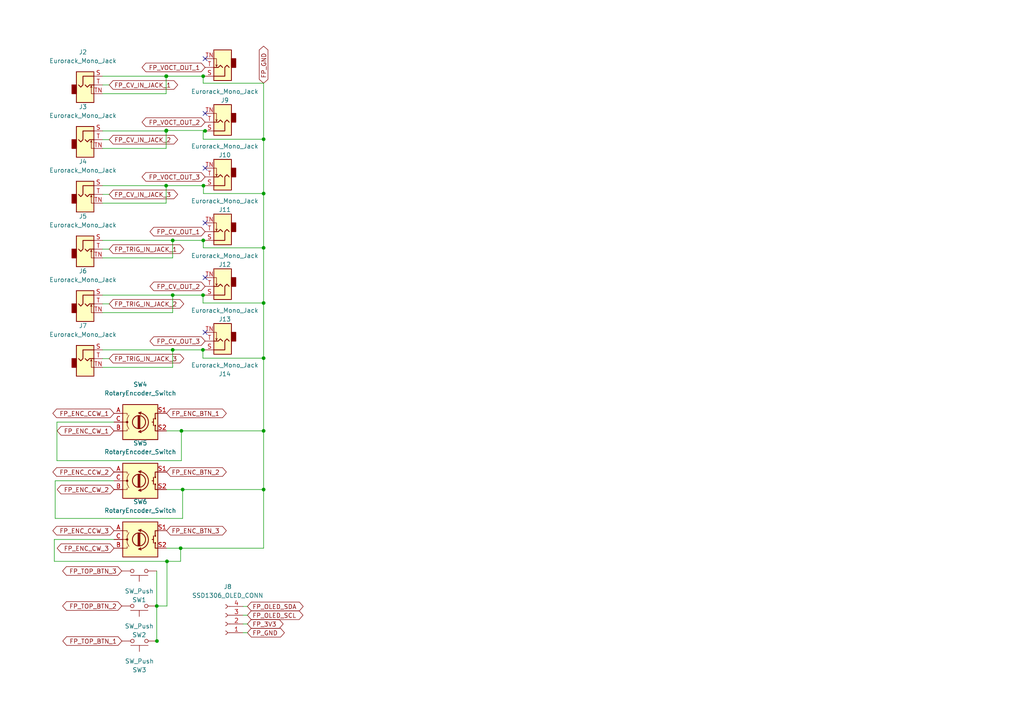
<source format=kicad_sch>
(kicad_sch (version 20211123) (generator eeschema)
  (paper "A4")
  (lib_symbols
    (symbol "Connector:Conn_01x04_Female" (pin_names (offset 1.016) hide)
      (property "Reference" "J" (at 0 5.08 0))
      (property "Value" "Conn_01x04_Female" (at 0 -7.62 0))
      (symbol "Conn_01x04_Female_1_1"
        (arc (start 0 -4.572) (mid -0.508 -5.08) (end 0 -5.588) (stroke (width 0.1524)))
        (arc (start 0 -2.032) (mid -0.508 -2.54) (end 0 -3.048) (stroke (width 0.1524)))
        (polyline (pts (xy -1.27 -5.08) (xy -0.508 -5.08)) (stroke (width 0.1524)))
        (polyline (pts (xy -1.27 -2.54) (xy -0.508 -2.54)) (stroke (width 0.1524)))
        (polyline (pts (xy -1.27 0) (xy -0.508 0)) (stroke (width 0.1524)))
        (polyline (pts (xy -1.27 2.54) (xy -0.508 2.54)) (stroke (width 0.1524)))
        (arc (start 0 0.508) (mid -0.508 0) (end 0 -0.508) (stroke (width 0.1524)))
        (arc (start 0 3.048) (mid -0.508 2.54) (end 0 2.032) (stroke (width 0.1524)))
        (pin passive line (at -5.08 2.54 0) (length 3.81) (name "Pin_1") (number "1"))
        (pin passive line (at -5.08 0 0) (length 3.81) (name "Pin_2") (number "2"))
        (pin passive line (at -5.08 -2.54 0) (length 3.81) (name "Pin_3") (number "3"))
        (pin passive line (at -5.08 -5.08 0) (length 3.81) (name "Pin_4") (number "4"))
      )
    )
    (symbol "Device:RotaryEncoder_Switch" (pin_names (offset 0.254) hide)
      (property "Reference" "SW" (at 0 6.604 0))
      (property "Value" "RotaryEncoder_Switch" (at 0 -6.604 0))
      (symbol "RotaryEncoder_Switch_0_1"
        (rectangle (start -5.08 5.08) (end 5.08 -5.08) (stroke (width 0.254)) (fill (type background)))
        (circle (center -3.81 0) (radius 0.254) (fill (type outline)))
        (arc (start -0.381 -2.794) (mid 2.3622 -0.0635) (end -0.381 2.667) (stroke (width 0.254)))
        (circle (center -0.381 0) (radius 1.905) (stroke (width 0.254)))
        (polyline (pts (xy -0.635 -1.778) (xy -0.635 1.778)) (stroke (width 0.254)))
        (polyline (pts (xy -0.381 -1.778) (xy -0.381 1.778)) (stroke (width 0.254)))
        (polyline (pts (xy -0.127 1.778) (xy -0.127 -1.778)) (stroke (width 0.254)))
        (polyline (pts (xy 3.81 0) (xy 3.429 0)) (stroke (width 0.254)))
        (polyline (pts (xy 3.81 1.016) (xy 3.81 -1.016)) (stroke (width 0.254)))
        (polyline (pts (xy -5.08 -2.54) (xy -3.81 -2.54) (xy -3.81 -2.032)))
        (polyline (pts (xy -5.08 2.54) (xy -3.81 2.54) (xy -3.81 2.032)))
        (polyline (pts (xy 0.254 -3.048) (xy -0.508 -2.794) (xy 0.127 -2.413)) (stroke (width 0.254)))
        (polyline (pts (xy 0.254 2.921) (xy -0.508 2.667) (xy 0.127 2.286)) (stroke (width 0.254)))
        (polyline (pts (xy 5.08 -2.54) (xy 4.318 -2.54) (xy 4.318 -1.016)) (stroke (width 0.254)))
        (polyline (pts (xy 5.08 2.54) (xy 4.318 2.54) (xy 4.318 1.016)) (stroke (width 0.254)))
        (polyline (pts (xy -5.08 0) (xy -3.81 0) (xy -3.81 -1.016) (xy -3.302 -2.032)))
        (polyline (pts (xy -4.318 0) (xy -3.81 0) (xy -3.81 1.016) (xy -3.302 2.032)))
        (circle (center 4.318 -1.016) (radius 0.127) (stroke (width 0.254)))
        (circle (center 4.318 1.016) (radius 0.127) (stroke (width 0.254)))
      )
      (symbol "RotaryEncoder_Switch_1_1"
        (pin passive line (at -7.62 2.54 0) (length 2.54) (name "A") (number "A"))
        (pin passive line (at -7.62 -2.54 0) (length 2.54) (name "B") (number "B"))
        (pin passive line (at -7.62 0 0) (length 2.54) (name "C") (number "C"))
        (pin passive line (at 7.62 2.54 180) (length 2.54) (name "S1") (number "S1"))
        (pin passive line (at 7.62 -2.54 180) (length 2.54) (name "S2") (number "S2"))
      )
    )
    (symbol "Switch:SW_Push" (pin_numbers hide) (pin_names (offset 1.016) hide)
      (property "Reference" "SW" (at 1.27 2.54 0))
      (property "Value" "SW_Push" (at 0 -1.524 0))
      (symbol "SW_Push_0_1"
        (circle (center -2.032 0) (radius 0.508))
        (polyline (pts (xy 0 1.27) (xy 0 3.048)))
        (polyline (pts (xy 2.54 1.27) (xy -2.54 1.27)))
        (circle (center 2.032 0) (radius 0.508))
        (pin passive line (at -5.08 0 0) (length 2.54) (name "1") (number "1"))
        (pin passive line (at 5.08 0 180) (length 2.54) (name "2") (number "2"))
      )
    )
    (symbol "winterbloom:Eurorack_Mono_Jack" (pin_names hide)
      (property "Reference" "J" (at 3.302 -4.064 0))
      (property "Value" "Eurorack_Mono_Jack" (at 0 5.08 0))
      (symbol "Eurorack_Mono_Jack_0_1"
        (rectangle (start -2.54 -5.08) (end 2.54 3.81) (stroke (width 0.254)) (fill (type background)))
        (polyline (pts (xy -1.778 -1.016) (xy -2.032 -0.508)))
        (polyline (pts (xy -2.54 1.27) (xy -1.778 1.27) (xy -1.778 -1.016) (xy -1.524 -0.508)))
        (polyline (pts (xy 0 -1.27) (xy -0.635 -0.635) (xy -1.27 -1.27) (xy -2.54 -1.27)) (stroke (width 0.254)))
        (polyline (pts (xy -2.54 -3.81) (xy 0.635 -3.81) (xy 0.635 -1.27) (xy 1.27 -0.635) (xy 1.905 -1.27)) (stroke (width 0.254)))
        (rectangle (start 2.54 -1.27) (end 3.81 1.27) (stroke (width 0.254)) (fill (type outline)))
      )
      (symbol "Eurorack_Mono_Jack_1_1"
        (pin passive line (at -5.08 -3.81 0) (length 2.54) (name "Sleeve") (number "S"))
        (pin passive line (at -5.08 -1.27 0) (length 2.54) (name "Tip") (number "T"))
        (pin passive line (at -5.08 1.27 0) (length 2.54) (name "Tip_normalize") (number "TN"))
      )
    )
  )
  (junction (at 58.9573 69.723))
  (junction (at 45.5198 185.928))
  (junction (at 50.0918 85.598))
  (junction (at 50.0918 101.473))
  (junction (at 58.8548 101.473))
  (junction (at 48.1868 22.098))
  (junction (at 48.1868 37.973))
  (junction (at 52.9685 141.986))
  (junction (at 48.26 37.846))
  (junction (at 76.454 103.886))
  (junction (at 76.454 40.386))
  (junction (at 48.4313 162.814))
  (junction (at 52.3879 159.004))
  (junction (at 48.1868 53.848))
  (junction (at 59.01 53.848))
  (junction (at 76.454 141.986))
  (junction (at 58.928 22.098))
  (junction (at 76.454 71.882))
  (junction (at 50.0918 69.723))
  (junction (at 58.8847 85.598))
  (junction (at 52.6202 124.968))
  (junction (at 45.466 175.768))
  (junction (at 76.454 56.134))
  (junction (at 76.454 87.884))
  (junction (at 59.4898 37.973))
  (junction (at 48.26 22.098))
  (junction (at 76.454 124.968))
  (no_connect (at 59.4898 48.768))
  (no_connect (at 59.4898 32.893))
  (no_connect (at 59.4898 80.518))
  (no_connect (at 59.4898 17.018))
  (no_connect (at 59.4898 64.643))
  (no_connect (at 59.4898 96.393))
  (wire (pts (xy 52.3879 162.814) (xy 52.3879 159.004)))
  (wire (pts (xy 76.454 24.13) (xy 58.928 24.13)))
  (wire (pts (xy 29.7718 43.053) (xy 48.1868 43.053)))
  (wire (pts (xy 15.748 162.814) (xy 48.4313 162.814)))
  (wire (pts (xy 76.454 141.986) (xy 76.454 159.004)))
  (wire (pts (xy 58.9573 71.882) (xy 58.9573 69.723)))
  (wire (pts (xy 29.7718 58.928) (xy 48.1868 58.928)))
  (wire (pts (xy 50.0918 90.678) (xy 50.0918 85.598)))
  (wire (pts (xy 48.3138 159.004) (xy 52.3879 159.004)))
  (wire (pts (xy 58.928 37.973) (xy 59.4898 37.973)))
  (wire (pts (xy 48.1868 53.848) (xy 59.01 53.848)))
  (wire (pts (xy 29.7718 101.473) (xy 50.0918 101.473)))
  (wire (pts (xy 45.466 165.608) (xy 45.466 175.768)))
  (wire (pts (xy 58.8548 103.886) (xy 58.8548 101.473)))
  (wire (pts (xy 76.454 71.882) (xy 76.454 87.884)))
  (wire (pts (xy 70.485 183.515) (xy 71.755 183.515)))
  (wire (pts (xy 29.7718 56.388) (xy 31.6768 56.388)))
  (wire (pts (xy 29.7718 106.553) (xy 50.0918 106.553)))
  (wire (pts (xy 16.51 122.428) (xy 16.51 133.604)))
  (wire (pts (xy 16.51 122.428) (xy 33.0738 122.428)))
  (wire (pts (xy 76.454 40.386) (xy 76.454 56.134)))
  (wire (pts (xy 58.8548 101.473) (xy 59.4898 101.473)))
  (wire (pts (xy 29.7718 22.098) (xy 48.1868 22.098)))
  (wire (pts (xy 29.7718 85.598) (xy 50.0918 85.598)))
  (wire (pts (xy 52.6202 133.604) (xy 52.6202 124.968)))
  (wire (pts (xy 58.8847 85.598) (xy 59.4898 85.598)))
  (wire (pts (xy 50.0918 74.803) (xy 50.0918 69.723)))
  (wire (pts (xy 48.4313 162.814) (xy 52.3879 162.814)))
  (wire (pts (xy 70.485 178.435) (xy 71.755 178.435)))
  (wire (pts (xy 29.7718 74.803) (xy 50.0918 74.803)))
  (wire (pts (xy 59.01 53.848) (xy 59.4898 53.848)))
  (wire (pts (xy 16.002 150.368) (xy 52.9685 150.368)))
  (wire (pts (xy 58.928 22.098) (xy 59.4898 22.098)))
  (wire (pts (xy 16.51 133.604) (xy 52.6202 133.604)))
  (wire (pts (xy 29.7718 53.848) (xy 48.1868 53.848)))
  (wire (pts (xy 15.748 156.464) (xy 15.748 162.814)))
  (wire (pts (xy 58.9573 69.723) (xy 59.4898 69.723)))
  (wire (pts (xy 48.4313 175.768) (xy 48.4313 162.814)))
  (wire (pts (xy 29.7718 37.973) (xy 48.1868 37.973)))
  (wire (pts (xy 48.3138 141.986) (xy 52.9685 141.986)))
  (wire (pts (xy 29.7718 69.723) (xy 50.0918 69.723)))
  (wire (pts (xy 48.1868 58.928) (xy 48.1868 53.848)))
  (wire (pts (xy 76.454 56.134) (xy 59.01 56.134)))
  (wire (pts (xy 76.454 71.882) (xy 58.9573 71.882)))
  (wire (pts (xy 29.7718 90.678) (xy 50.0918 90.678)))
  (wire (pts (xy 76.454 87.884) (xy 58.8847 87.884)))
  (wire (pts (xy 59.4898 37.846) (xy 59.4898 37.973)))
  (wire (pts (xy 70.485 180.975) (xy 71.755 180.975)))
  (wire (pts (xy 16.002 139.446) (xy 33.0738 139.446)))
  (wire (pts (xy 15.748 156.464) (xy 33.0738 156.464)))
  (wire (pts (xy 16.002 139.446) (xy 16.002 150.368)))
  (wire (pts (xy 58.928 40.386) (xy 58.928 37.973)))
  (wire (pts (xy 52.3879 159.004) (xy 76.454 159.004)))
  (wire (pts (xy 48.1868 43.053) (xy 48.1868 37.973)))
  (wire (pts (xy 29.7718 40.513) (xy 31.6768 40.513)))
  (wire (pts (xy 76.454 103.886) (xy 58.8548 103.886)))
  (wire (pts (xy 29.7718 24.638) (xy 31.6768 24.638)))
  (wire (pts (xy 48.1868 27.178) (xy 48.1868 22.098)))
  (wire (pts (xy 50.0918 106.553) (xy 50.0918 101.473)))
  (wire (pts (xy 59.01 56.134) (xy 59.01 53.848)))
  (wire (pts (xy 48.26 22.098) (xy 58.928 22.098)))
  (wire (pts (xy 52.6202 124.968) (xy 76.454 124.968)))
  (wire (pts (xy 70.485 175.895) (xy 71.755 175.895)))
  (wire (pts (xy 50.0918 101.473) (xy 58.8548 101.473)))
  (wire (pts (xy 58.8847 87.884) (xy 58.8847 85.598)))
  (wire (pts (xy 76.454 56.134) (xy 76.454 71.882)))
  (wire (pts (xy 76.454 103.886) (xy 76.454 124.968)))
  (wire (pts (xy 45.466 175.768) (xy 45.466 185.928)))
  (wire (pts (xy 48.3138 124.968) (xy 52.6202 124.968)))
  (wire (pts (xy 29.7718 72.263) (xy 31.6768 72.263)))
  (wire (pts (xy 45.466 185.928) (xy 45.5198 185.928)))
  (wire (pts (xy 52.9685 141.986) (xy 76.454 141.986)))
  (wire (pts (xy 52.9685 150.368) (xy 52.9685 141.986)))
  (wire (pts (xy 29.7718 88.138) (xy 31.6768 88.138)))
  (wire (pts (xy 29.7718 104.013) (xy 31.6768 104.013)))
  (wire (pts (xy 45.466 175.768) (xy 48.4313 175.768)))
  (wire (pts (xy 76.454 87.884) (xy 76.454 103.886)))
  (wire (pts (xy 76.454 40.386) (xy 58.928 40.386)))
  (wire (pts (xy 58.928 24.13) (xy 58.928 22.098)))
  (wire (pts (xy 76.454 124.968) (xy 76.454 141.986)))
  (wire (pts (xy 48.26 37.846) (xy 59.4898 37.846)))
  (wire (pts (xy 29.7718 27.178) (xy 48.1868 27.178)))
  (wire (pts (xy 76.454 24.13) (xy 76.454 40.386)))
  (wire (pts (xy 50.0918 69.723) (xy 58.9573 69.723)))
  (wire (pts (xy 50.0918 85.598) (xy 58.8847 85.598)))
  (global_label "FP_CV_IN_JACK_2" (shape bidirectional) (at 31.6768 40.513 0) (property "Intersheet References" "${INTERSHEET_REFS}" (effects hide)))
  (global_label "FP_GND" (shape bidirectional) (at 76.454 24.13 90) (property "Intersheet References" "${INTERSHEET_REFS}" (effects hide)))
  (global_label "FP_ENC_CW_3" (shape bidirectional) (at 33.0738 159.004 180) (property "Intersheet References" "${INTERSHEET_REFS}" (effects hide)))
  (global_label "FP_TOP_BTN_2" (shape bidirectional) (at 35.306 175.768 180) (property "Intersheet References" "${INTERSHEET_REFS}" (effects hide)))
  (global_label "FP_ENC_CCW_3" (shape bidirectional) (at 33.0738 153.924 180) (property "Intersheet References" "${INTERSHEET_REFS}" (effects hide)))
  (global_label "FP_TRIG_IN_JACK_1" (shape bidirectional) (at 31.6768 72.263 0) (property "Intersheet References" "${INTERSHEET_REFS}" (effects hide)))
  (global_label "FP_ENC_BTN_1" (shape bidirectional) (at 48.3138 119.888 0) (property "Intersheet References" "${INTERSHEET_REFS}" (effects hide)))
  (global_label "FP_ENC_BTN_2" (shape bidirectional) (at 48.3138 136.906 0) (property "Intersheet References" "${INTERSHEET_REFS}" (effects hide)))
  (global_label "FP_VOCT_OUT_2" (shape bidirectional) (at 59.4898 35.433 180) (property "Intersheet References" "${INTERSHEET_REFS}" (effects hide)))
  (global_label "FP_CV_OUT_1" (shape bidirectional) (at 59.4898 67.183 180) (property "Intersheet References" "${INTERSHEET_REFS}" (effects hide)))
  (global_label "FP_TOP_BTN_3" (shape bidirectional) (at 35.306 165.608 180) (property "Intersheet References" "${INTERSHEET_REFS}" (effects hide)))
  (global_label "FP_VOCT_OUT_1" (shape bidirectional) (at 59.4898 19.558 180) (property "Intersheet References" "${INTERSHEET_REFS}" (effects hide)))
  (global_label "FP_OLED_SCL" (shape bidirectional) (at 71.755 178.435 0) (property "Intersheet References" "${INTERSHEET_REFS}" (effects hide)))
  (global_label "FP_ENC_CW_1" (shape bidirectional) (at 33.0738 124.968 180) (property "Intersheet References" "${INTERSHEET_REFS}" (effects hide)))
  (global_label "FP_CV_IN_JACK_1" (shape bidirectional) (at 31.6768 24.638 0) (property "Intersheet References" "${INTERSHEET_REFS}" (effects hide)))
  (global_label "FP_GND" (shape bidirectional) (at 71.755 183.515 0) (property "Intersheet References" "${INTERSHEET_REFS}" (effects hide)))
  (global_label "FP_CV_IN_JACK_3" (shape bidirectional) (at 31.6768 56.388 0) (property "Intersheet References" "${INTERSHEET_REFS}" (effects hide)))
  (global_label "FP_ENC_CCW_1" (shape bidirectional) (at 33.0738 119.888 180) (property "Intersheet References" "${INTERSHEET_REFS}" (effects hide)))
  (global_label "FP_CV_OUT_3" (shape bidirectional) (at 59.4898 98.933 180) (property "Intersheet References" "${INTERSHEET_REFS}" (effects hide)))
  (global_label "FP_ENC_CCW_2" (shape bidirectional) (at 33.0738 136.906 180) (property "Intersheet References" "${INTERSHEET_REFS}" (effects hide)))
  (global_label "FP_TRIG_IN_JACK_2" (shape bidirectional) (at 31.6768 88.138 0) (property "Intersheet References" "${INTERSHEET_REFS}" (effects hide)))
  (global_label "FP_OLED_SDA" (shape bidirectional) (at 71.755 175.895 0) (property "Intersheet References" "${INTERSHEET_REFS}" (effects hide)))
  (global_label "FP_ENC_BTN_3" (shape bidirectional) (at 48.3138 153.924 0) (property "Intersheet References" "${INTERSHEET_REFS}" (effects hide)))
  (global_label "FP_3V3" (shape bidirectional) (at 71.755 180.975 0) (property "Intersheet References" "${INTERSHEET_REFS}" (effects hide)))
  (global_label "FP_CV_OUT_2" (shape bidirectional) (at 59.4898 83.058 180) (property "Intersheet References" "${INTERSHEET_REFS}" (effects hide)))
  (global_label "FP_TRIG_IN_JACK_3" (shape bidirectional) (at 31.6768 104.013 0) (property "Intersheet References" "${INTERSHEET_REFS}" (effects hide)))
  (global_label "FP_ENC_CW_2" (shape bidirectional) (at 33.0738 141.986 180) (property "Intersheet References" "${INTERSHEET_REFS}" (effects hide)))
  (global_label "FP_VOCT_OUT_3" (shape bidirectional) (at 59.4898 51.308 180) (property "Intersheet References" "${INTERSHEET_REFS}" (effects hide)))
  (global_label "FP_TOP_BTN_1" (shape bidirectional) (at 35.3598 185.928 180) (property "Intersheet References" "${INTERSHEET_REFS}" (effects hide)))
  (symbol (lib_id "Device:RotaryEncoder_Switch") (at 40.6938 122.428 0) (unit 1)
    (property "Reference" "SW4" (at 40.6938 111.506 0))
    (property "Value" "RotaryEncoder_Switch" (at 40.6938 114.046 0))
    (property "Footprint" "Rotary_Encoder:RotaryEncoder_Alps_EC12E-Switch_Vertical_H20mm" (effects hide))
  )
  (symbol (lib_id "winterbloom:Eurorack_Mono_Jack") (at 64.5698 97.663 0) (unit 1)
    (property "Reference" "J14" (at 65.2048 108.458 0))
    (property "Value" "Eurorack_Mono_Jack" (at 65.2048 105.918 0))
    (property "Footprint" "winterbloom:WQP518MA" (effects hide))
    (property "Datasheet" "http://www.qingpu-electronics.com/en/products/WQP-PJ398SM-362.html" (effects hide))
    (property "mpn" "WQP-WQP518MA" (effects hide))
  )
  (symbol (lib_id "Switch:SW_Push") (at 40.4398 185.928 180) (unit 1)
    (property "Reference" "SW3" (at 40.4398 194.31 0))
    (property "Value" "SW_Push" (at 40.4398 191.77 0))
    (property "Footprint" "Button_Switch_THT:SW_PUSH_6mm" (effects hide))
  )
  (symbol (lib_id "winterbloom:Eurorack_Mono_Jack") (at 64.5698 34.163 0) (unit 1)
    (property "Reference" "J10" (at 65.2048 44.958 0))
    (property "Value" "Eurorack_Mono_Jack" (at 65.2048 42.418 0))
    (property "Footprint" "winterbloom:WQP518MA" (effects hide))
    (property "Datasheet" "http://www.qingpu-electronics.com/en/products/WQP-PJ398SM-362.html" (effects hide))
    (property "mpn" "WQP-WQP518MA" (effects hide))
  )
  (symbol (lib_id "winterbloom:Eurorack_Mono_Jack") (at 64.5698 81.788 0) (unit 1)
    (property "Reference" "J13" (at 65.2048 92.583 0))
    (property "Value" "Eurorack_Mono_Jack" (at 65.2048 90.043 0))
    (property "Footprint" "winterbloom:WQP518MA" (effects hide))
    (property "Datasheet" "http://www.qingpu-electronics.com/en/products/WQP-PJ398SM-362.html" (effects hide))
    (property "mpn" "WQP-WQP518MA" (effects hide))
  )
  (symbol (lib_id "winterbloom:Eurorack_Mono_Jack") (at 64.5698 50.038 0) (unit 1)
    (property "Reference" "J11" (at 65.2048 60.833 0))
    (property "Value" "Eurorack_Mono_Jack" (at 65.2048 58.293 0))
    (property "Footprint" "winterbloom:WQP518MA" (effects hide))
    (property "Datasheet" "http://www.qingpu-electronics.com/en/products/WQP-PJ398SM-362.html" (effects hide))
    (property "mpn" "WQP-WQP518MA" (effects hide))
  )
  (symbol (lib_id "winterbloom:Eurorack_Mono_Jack") (at 64.5698 65.913 0) (unit 1)
    (property "Reference" "J12" (at 65.2048 76.708 0))
    (property "Value" "Eurorack_Mono_Jack" (at 65.2048 74.168 0))
    (property "Footprint" "winterbloom:WQP518MA" (effects hide))
    (property "Datasheet" "http://www.qingpu-electronics.com/en/products/WQP-PJ398SM-362.html" (effects hide))
    (property "mpn" "WQP-WQP518MA" (effects hide))
  )
  (symbol (lib_id "winterbloom:Eurorack_Mono_Jack") (at 24.6918 25.908 180) (unit 1)
    (property "Reference" "J2" (at 24.0568 15.113 0))
    (property "Value" "Eurorack_Mono_Jack" (at 24.0568 17.653 0))
    (property "Footprint" "winterbloom:WQP518MA" (effects hide))
    (property "Datasheet" "http://www.qingpu-electronics.com/en/products/WQP-PJ398SM-362.html" (effects hide))
    (property "mpn" "WQP-WQP518MA" (effects hide))
  )
  (symbol (lib_id "Switch:SW_Push") (at 40.386 175.768 180) (unit 1)
    (property "Reference" "SW2" (at 40.386 184.15 0))
    (property "Value" "SW_Push" (at 40.386 181.61 0))
    (property "Footprint" "Button_Switch_THT:SW_PUSH_6mm" (effects hide))
  )
  (symbol (lib_id "Switch:SW_Push") (at 40.386 165.608 180) (unit 1)
    (property "Reference" "SW1" (at 40.386 173.99 0))
    (property "Value" "SW_Push" (at 40.386 171.45 0))
    (property "Footprint" "Button_Switch_THT:SW_PUSH_6mm" (effects hide))
  )
  (symbol (lib_id "winterbloom:Eurorack_Mono_Jack") (at 24.6918 41.783 180) (unit 1)
    (property "Reference" "J3" (at 24.0568 30.988 0))
    (property "Value" "Eurorack_Mono_Jack" (at 24.0568 33.528 0))
    (property "Footprint" "winterbloom:WQP518MA" (effects hide))
    (property "Datasheet" "http://www.qingpu-electronics.com/en/products/WQP-PJ398SM-362.html" (effects hide))
    (property "mpn" "WQP-WQP518MA" (effects hide))
  )
  (symbol (lib_id "winterbloom:Eurorack_Mono_Jack") (at 24.6918 57.658 180) (unit 1)
    (property "Reference" "J4" (at 24.0568 46.863 0))
    (property "Value" "Eurorack_Mono_Jack" (at 24.0568 49.403 0))
    (property "Footprint" "winterbloom:WQP518MA" (effects hide))
    (property "Datasheet" "http://www.qingpu-electronics.com/en/products/WQP-PJ398SM-362.html" (effects hide))
    (property "mpn" "WQP-WQP518MA" (effects hide))
  )
  (symbol (lib_id "winterbloom:Eurorack_Mono_Jack") (at 24.6918 89.408 180) (unit 1)
    (property "Reference" "J6" (at 24.0568 78.613 0))
    (property "Value" "Eurorack_Mono_Jack" (at 24.0568 81.153 0))
    (property "Footprint" "winterbloom:WQP518MA" (effects hide))
    (property "Datasheet" "http://www.qingpu-electronics.com/en/products/WQP-PJ398SM-362.html" (effects hide))
    (property "mpn" "WQP-WQP518MA" (effects hide))
  )
  (symbol (lib_id "winterbloom:Eurorack_Mono_Jack") (at 24.6918 73.533 180) (unit 1)
    (property "Reference" "J5" (at 24.0568 62.738 0))
    (property "Value" "Eurorack_Mono_Jack" (at 24.0568 65.278 0))
    (property "Footprint" "winterbloom:WQP518MA" (effects hide))
    (property "Datasheet" "http://www.qingpu-electronics.com/en/products/WQP-PJ398SM-362.html" (effects hide))
    (property "mpn" "WQP-WQP518MA" (effects hide))
  )
  (symbol (lib_id "Device:RotaryEncoder_Switch") (at 40.6938 139.446 0) (unit 1)
    (property "Reference" "SW5" (at 40.6938 128.524 0))
    (property "Value" "RotaryEncoder_Switch" (at 40.6938 131.064 0))
    (property "Footprint" "Rotary_Encoder:RotaryEncoder_Alps_EC12E-Switch_Vertical_H20mm" (effects hide))
  )
  (symbol (lib_id "Connector:Conn_01x04_Female") (at 65.405 180.975 180) (unit 1)
    (property "Reference" "J8" (at 66.04 170.18 0))
    (property "Value" "SSD1306_OLED_CONN" (at 66.04 172.72 0))
    (property "Footprint" "Connector_PinSocket_2.54mm:PinSocket_1x04_P2.54mm_Vertical" (effects hide))
  )
  (symbol (lib_id "winterbloom:Eurorack_Mono_Jack") (at 24.6918 105.283 180) (unit 1)
    (property "Reference" "J7" (at 24.0568 94.488 0))
    (property "Value" "Eurorack_Mono_Jack" (at 24.0568 97.028 0))
    (property "Footprint" "winterbloom:WQP518MA" (effects hide))
    (property "Datasheet" "http://www.qingpu-electronics.com/en/products/WQP-PJ398SM-362.html" (effects hide))
    (property "mpn" "WQP-WQP518MA" (effects hide))
  )
  (symbol (lib_id "Device:RotaryEncoder_Switch") (at 40.6938 156.464 0) (unit 1)
    (property "Reference" "SW6" (at 40.6938 145.542 0))
    (property "Value" "RotaryEncoder_Switch" (at 40.6938 148.082 0))
    (property "Footprint" "Rotary_Encoder:RotaryEncoder_Alps_EC12E-Switch_Vertical_H20mm" (effects hide))
  )
  (symbol (lib_id "winterbloom:Eurorack_Mono_Jack") (at 64.5698 18.288 0) (unit 1)
    (property "Reference" "J9" (at 65.2048 29.083 0))
    (property "Value" "Eurorack_Mono_Jack" (at 65.2048 26.543 0))
    (property "Footprint" "winterbloom:WQP518MA" (effects hide))
    (property "Datasheet" "http://www.qingpu-electronics.com/en/products/WQP-PJ398SM-362.html" (effects hide))
    (property "mpn" "WQP-WQP518MA" (effects hide))
  )
)
</source>
